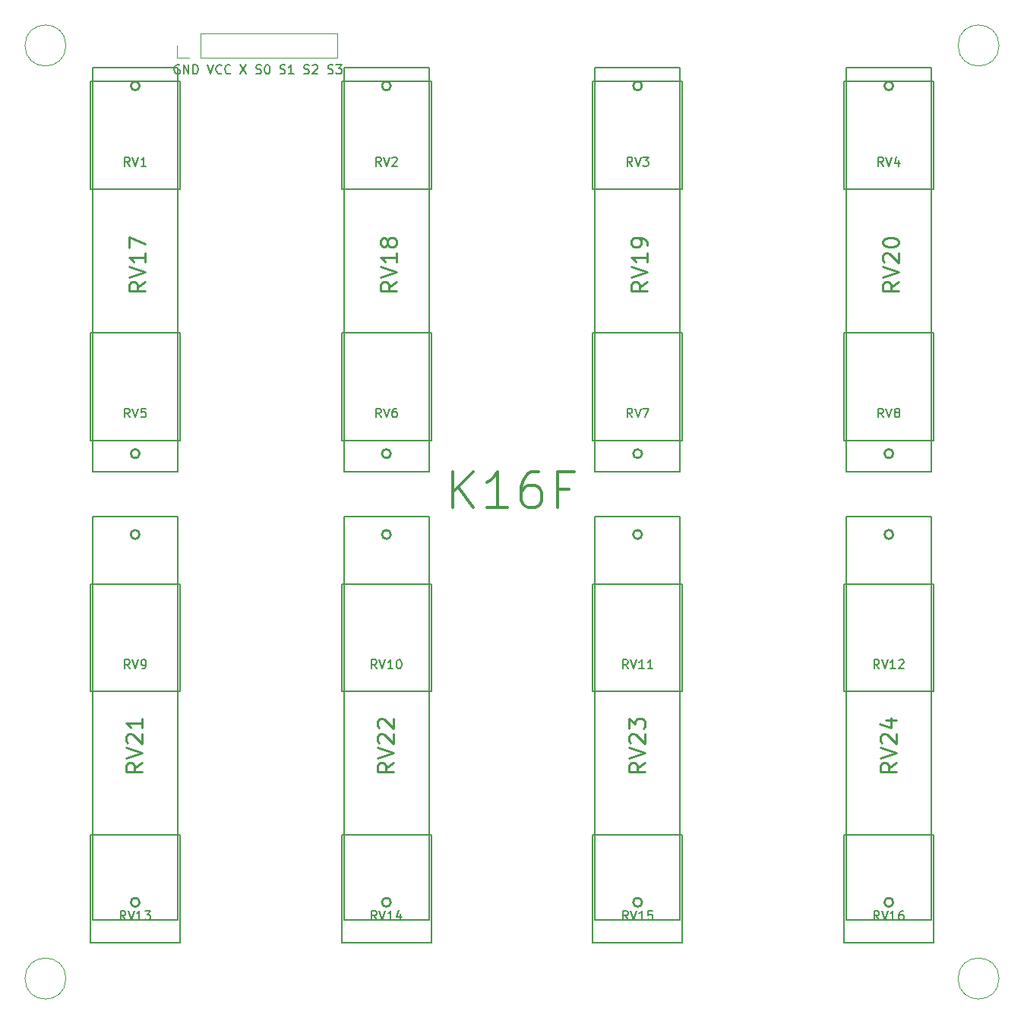
<source format=gbr>
G04 #@! TF.FileFunction,Legend,Top*
%FSLAX46Y46*%
G04 Gerber Fmt 4.6, Leading zero omitted, Abs format (unit mm)*
G04 Created by KiCad (PCBNEW 4.0.6) date Sunday, June 10, 2018 'PMt' 07:51:52 PM*
%MOMM*%
%LPD*%
G01*
G04 APERTURE LIST*
%ADD10C,0.100000*%
%ADD11C,0.300000*%
%ADD12C,0.120000*%
%ADD13C,0.150000*%
%ADD14C,0.203200*%
%ADD15C,0.248920*%
%ADD16C,0.279400*%
G04 APERTURE END LIST*
D10*
D11*
X136428572Y-102519524D02*
X136428572Y-98519524D01*
X138714286Y-102519524D02*
X137000001Y-100233810D01*
X138714286Y-98519524D02*
X136428572Y-100805238D01*
X142523810Y-102519524D02*
X140238096Y-102519524D01*
X141380953Y-102519524D02*
X141380953Y-98519524D01*
X141000001Y-99090952D01*
X140619048Y-99471905D01*
X140238096Y-99662381D01*
X145952382Y-98519524D02*
X145190477Y-98519524D01*
X144809525Y-98710000D01*
X144619048Y-98900476D01*
X144238096Y-99471905D01*
X144047620Y-100233810D01*
X144047620Y-101757619D01*
X144238096Y-102138571D01*
X144428572Y-102329048D01*
X144809525Y-102519524D01*
X145571429Y-102519524D01*
X145952382Y-102329048D01*
X146142858Y-102138571D01*
X146333334Y-101757619D01*
X146333334Y-100805238D01*
X146142858Y-100424286D01*
X145952382Y-100233810D01*
X145571429Y-100043333D01*
X144809525Y-100043333D01*
X144428572Y-100233810D01*
X144238096Y-100424286D01*
X144047620Y-100805238D01*
X149380953Y-100424286D02*
X148047620Y-100424286D01*
X148047620Y-102519524D02*
X148047620Y-98519524D01*
X149952382Y-98519524D01*
D12*
X197286000Y-155000000D02*
G75*
G03X197286000Y-155000000I-2286000J0D01*
G01*
X93286000Y-155000000D02*
G75*
G03X93286000Y-155000000I-2286000J0D01*
G01*
X93286000Y-51000000D02*
G75*
G03X93286000Y-51000000I-2286000J0D01*
G01*
D13*
X152000000Y-55000000D02*
X152000000Y-67000000D01*
X162000000Y-55000000D02*
X152000000Y-55000000D01*
X162000000Y-67000000D02*
X162000000Y-55000000D01*
X162000000Y-55000000D02*
X162000000Y-67000000D01*
X152000000Y-67000000D02*
X162000000Y-67000000D01*
X96000000Y-55000000D02*
X96000000Y-67000000D01*
X106000000Y-55000000D02*
X96000000Y-55000000D01*
X106000000Y-67000000D02*
X106000000Y-55000000D01*
X106000000Y-55000000D02*
X106000000Y-67000000D01*
X96000000Y-67000000D02*
X106000000Y-67000000D01*
X124000000Y-55000000D02*
X124000000Y-67000000D01*
X134000000Y-55000000D02*
X124000000Y-55000000D01*
X134000000Y-67000000D02*
X134000000Y-55000000D01*
X134000000Y-55000000D02*
X134000000Y-67000000D01*
X124000000Y-67000000D02*
X134000000Y-67000000D01*
X180000000Y-55000000D02*
X180000000Y-67000000D01*
X190000000Y-55000000D02*
X180000000Y-55000000D01*
X190000000Y-67000000D02*
X190000000Y-55000000D01*
X190000000Y-55000000D02*
X190000000Y-67000000D01*
X180000000Y-67000000D02*
X190000000Y-67000000D01*
X96000000Y-83000000D02*
X96000000Y-95000000D01*
X106000000Y-83000000D02*
X96000000Y-83000000D01*
X106000000Y-95000000D02*
X106000000Y-83000000D01*
X106000000Y-83000000D02*
X106000000Y-95000000D01*
X96000000Y-95000000D02*
X106000000Y-95000000D01*
X124000000Y-83000000D02*
X124000000Y-95000000D01*
X134000000Y-83000000D02*
X124000000Y-83000000D01*
X134000000Y-95000000D02*
X134000000Y-83000000D01*
X134000000Y-83000000D02*
X134000000Y-95000000D01*
X124000000Y-95000000D02*
X134000000Y-95000000D01*
X152000000Y-83000000D02*
X152000000Y-95000000D01*
X162000000Y-83000000D02*
X152000000Y-83000000D01*
X162000000Y-95000000D02*
X162000000Y-83000000D01*
X162000000Y-83000000D02*
X162000000Y-95000000D01*
X152000000Y-95000000D02*
X162000000Y-95000000D01*
X180000000Y-83000000D02*
X180000000Y-95000000D01*
X190000000Y-83000000D02*
X180000000Y-83000000D01*
X190000000Y-95000000D02*
X190000000Y-83000000D01*
X190000000Y-83000000D02*
X190000000Y-95000000D01*
X180000000Y-95000000D02*
X190000000Y-95000000D01*
X96000000Y-111000000D02*
X96000000Y-123000000D01*
X106000000Y-111000000D02*
X96000000Y-111000000D01*
X106000000Y-123000000D02*
X106000000Y-111000000D01*
X106000000Y-111000000D02*
X106000000Y-123000000D01*
X96000000Y-123000000D02*
X106000000Y-123000000D01*
X124000000Y-111000000D02*
X124000000Y-123000000D01*
X134000000Y-111000000D02*
X124000000Y-111000000D01*
X134000000Y-123000000D02*
X134000000Y-111000000D01*
X134000000Y-111000000D02*
X134000000Y-123000000D01*
X124000000Y-123000000D02*
X134000000Y-123000000D01*
X152000000Y-111000000D02*
X152000000Y-123000000D01*
X162000000Y-111000000D02*
X152000000Y-111000000D01*
X162000000Y-123000000D02*
X162000000Y-111000000D01*
X162000000Y-111000000D02*
X162000000Y-123000000D01*
X152000000Y-123000000D02*
X162000000Y-123000000D01*
X180000000Y-111000000D02*
X180000000Y-123000000D01*
X190000000Y-111000000D02*
X180000000Y-111000000D01*
X190000000Y-123000000D02*
X190000000Y-111000000D01*
X190000000Y-111000000D02*
X190000000Y-123000000D01*
X180000000Y-123000000D02*
X190000000Y-123000000D01*
X96000000Y-139000000D02*
X96000000Y-151000000D01*
X106000000Y-139000000D02*
X96000000Y-139000000D01*
X106000000Y-151000000D02*
X106000000Y-139000000D01*
X106000000Y-139000000D02*
X106000000Y-151000000D01*
X96000000Y-151000000D02*
X106000000Y-151000000D01*
X124000000Y-139000000D02*
X124000000Y-151000000D01*
X134000000Y-139000000D02*
X124000000Y-139000000D01*
X134000000Y-151000000D02*
X134000000Y-139000000D01*
X134000000Y-139000000D02*
X134000000Y-151000000D01*
X124000000Y-151000000D02*
X134000000Y-151000000D01*
X152000000Y-139000000D02*
X152000000Y-151000000D01*
X162000000Y-139000000D02*
X152000000Y-139000000D01*
X162000000Y-151000000D02*
X162000000Y-139000000D01*
X162000000Y-139000000D02*
X162000000Y-151000000D01*
X152000000Y-151000000D02*
X162000000Y-151000000D01*
X180000000Y-139000000D02*
X180000000Y-151000000D01*
X190000000Y-139000000D02*
X180000000Y-139000000D01*
X190000000Y-151000000D02*
X190000000Y-139000000D01*
X190000000Y-139000000D02*
X190000000Y-151000000D01*
X180000000Y-151000000D02*
X190000000Y-151000000D01*
D12*
X197286000Y-51000000D02*
G75*
G03X197286000Y-51000000I-2286000J0D01*
G01*
X123570000Y-52330000D02*
X123570000Y-49670000D01*
X108270000Y-52330000D02*
X123570000Y-52330000D01*
X108270000Y-49670000D02*
X123570000Y-49670000D01*
X108270000Y-52330000D02*
X108270000Y-49670000D01*
X107000000Y-52330000D02*
X105670000Y-52330000D01*
X105670000Y-52330000D02*
X105670000Y-51000000D01*
D14*
X105749800Y-148499320D02*
X105749800Y-103500680D01*
X105749800Y-103500680D02*
X96250200Y-103500680D01*
X96250200Y-103500680D02*
X96250200Y-148499320D01*
X96250200Y-148499320D02*
X105749800Y-148499320D01*
D15*
X101492118Y-146497800D02*
G75*
G03X101492118Y-146497800I-492118J0D01*
G01*
X101492118Y-105502200D02*
G75*
G03X101492118Y-105502200I-492118J0D01*
G01*
D14*
X133749800Y-148499320D02*
X133749800Y-103500680D01*
X133749800Y-103500680D02*
X124250200Y-103500680D01*
X124250200Y-103500680D02*
X124250200Y-148499320D01*
X124250200Y-148499320D02*
X133749800Y-148499320D01*
D15*
X129492118Y-146497800D02*
G75*
G03X129492118Y-146497800I-492118J0D01*
G01*
X129492118Y-105502200D02*
G75*
G03X129492118Y-105502200I-492118J0D01*
G01*
D14*
X161749800Y-148499320D02*
X161749800Y-103500680D01*
X161749800Y-103500680D02*
X152250200Y-103500680D01*
X152250200Y-103500680D02*
X152250200Y-148499320D01*
X152250200Y-148499320D02*
X161749800Y-148499320D01*
D15*
X157492118Y-146497800D02*
G75*
G03X157492118Y-146497800I-492118J0D01*
G01*
X157492118Y-105502200D02*
G75*
G03X157492118Y-105502200I-492118J0D01*
G01*
D14*
X189749800Y-148499320D02*
X189749800Y-103500680D01*
X189749800Y-103500680D02*
X180250200Y-103500680D01*
X180250200Y-103500680D02*
X180250200Y-148499320D01*
X180250200Y-148499320D02*
X189749800Y-148499320D01*
D15*
X185492118Y-146497800D02*
G75*
G03X185492118Y-146497800I-492118J0D01*
G01*
X185492118Y-105502200D02*
G75*
G03X185492118Y-105502200I-492118J0D01*
G01*
D14*
X189749800Y-98499320D02*
X189749800Y-53500680D01*
X189749800Y-53500680D02*
X180250200Y-53500680D01*
X180250200Y-53500680D02*
X180250200Y-98499320D01*
X180250200Y-98499320D02*
X189749800Y-98499320D01*
D15*
X185492118Y-96497800D02*
G75*
G03X185492118Y-96497800I-492118J0D01*
G01*
X185492118Y-55502200D02*
G75*
G03X185492118Y-55502200I-492118J0D01*
G01*
D14*
X161749800Y-98499320D02*
X161749800Y-53500680D01*
X161749800Y-53500680D02*
X152250200Y-53500680D01*
X152250200Y-53500680D02*
X152250200Y-98499320D01*
X152250200Y-98499320D02*
X161749800Y-98499320D01*
D15*
X157492118Y-96497800D02*
G75*
G03X157492118Y-96497800I-492118J0D01*
G01*
X157492118Y-55502200D02*
G75*
G03X157492118Y-55502200I-492118J0D01*
G01*
D14*
X133749800Y-98499320D02*
X133749800Y-53500680D01*
X133749800Y-53500680D02*
X124250200Y-53500680D01*
X124250200Y-53500680D02*
X124250200Y-98499320D01*
X124250200Y-98499320D02*
X133749800Y-98499320D01*
D15*
X129492118Y-96497800D02*
G75*
G03X129492118Y-96497800I-492118J0D01*
G01*
X129492118Y-55502200D02*
G75*
G03X129492118Y-55502200I-492118J0D01*
G01*
D14*
X105749800Y-98499320D02*
X105749800Y-53500680D01*
X105749800Y-53500680D02*
X96250200Y-53500680D01*
X96250200Y-53500680D02*
X96250200Y-98499320D01*
X96250200Y-98499320D02*
X105749800Y-98499320D01*
D15*
X101492118Y-96497800D02*
G75*
G03X101492118Y-96497800I-492118J0D01*
G01*
X101492118Y-55502200D02*
G75*
G03X101492118Y-55502200I-492118J0D01*
G01*
D13*
X156404762Y-64452381D02*
X156071428Y-63976190D01*
X155833333Y-64452381D02*
X155833333Y-63452381D01*
X156214286Y-63452381D01*
X156309524Y-63500000D01*
X156357143Y-63547619D01*
X156404762Y-63642857D01*
X156404762Y-63785714D01*
X156357143Y-63880952D01*
X156309524Y-63928571D01*
X156214286Y-63976190D01*
X155833333Y-63976190D01*
X156690476Y-63452381D02*
X157023809Y-64452381D01*
X157357143Y-63452381D01*
X157595238Y-63452381D02*
X158214286Y-63452381D01*
X157880952Y-63833333D01*
X158023810Y-63833333D01*
X158119048Y-63880952D01*
X158166667Y-63928571D01*
X158214286Y-64023810D01*
X158214286Y-64261905D01*
X158166667Y-64357143D01*
X158119048Y-64404762D01*
X158023810Y-64452381D01*
X157738095Y-64452381D01*
X157642857Y-64404762D01*
X157595238Y-64357143D01*
X100404762Y-64452381D02*
X100071428Y-63976190D01*
X99833333Y-64452381D02*
X99833333Y-63452381D01*
X100214286Y-63452381D01*
X100309524Y-63500000D01*
X100357143Y-63547619D01*
X100404762Y-63642857D01*
X100404762Y-63785714D01*
X100357143Y-63880952D01*
X100309524Y-63928571D01*
X100214286Y-63976190D01*
X99833333Y-63976190D01*
X100690476Y-63452381D02*
X101023809Y-64452381D01*
X101357143Y-63452381D01*
X102214286Y-64452381D02*
X101642857Y-64452381D01*
X101928571Y-64452381D02*
X101928571Y-63452381D01*
X101833333Y-63595238D01*
X101738095Y-63690476D01*
X101642857Y-63738095D01*
X128404762Y-64452381D02*
X128071428Y-63976190D01*
X127833333Y-64452381D02*
X127833333Y-63452381D01*
X128214286Y-63452381D01*
X128309524Y-63500000D01*
X128357143Y-63547619D01*
X128404762Y-63642857D01*
X128404762Y-63785714D01*
X128357143Y-63880952D01*
X128309524Y-63928571D01*
X128214286Y-63976190D01*
X127833333Y-63976190D01*
X128690476Y-63452381D02*
X129023809Y-64452381D01*
X129357143Y-63452381D01*
X129642857Y-63547619D02*
X129690476Y-63500000D01*
X129785714Y-63452381D01*
X130023810Y-63452381D01*
X130119048Y-63500000D01*
X130166667Y-63547619D01*
X130214286Y-63642857D01*
X130214286Y-63738095D01*
X130166667Y-63880952D01*
X129595238Y-64452381D01*
X130214286Y-64452381D01*
X184404762Y-64452381D02*
X184071428Y-63976190D01*
X183833333Y-64452381D02*
X183833333Y-63452381D01*
X184214286Y-63452381D01*
X184309524Y-63500000D01*
X184357143Y-63547619D01*
X184404762Y-63642857D01*
X184404762Y-63785714D01*
X184357143Y-63880952D01*
X184309524Y-63928571D01*
X184214286Y-63976190D01*
X183833333Y-63976190D01*
X184690476Y-63452381D02*
X185023809Y-64452381D01*
X185357143Y-63452381D01*
X186119048Y-63785714D02*
X186119048Y-64452381D01*
X185880952Y-63404762D02*
X185642857Y-64119048D01*
X186261905Y-64119048D01*
X100404762Y-92452381D02*
X100071428Y-91976190D01*
X99833333Y-92452381D02*
X99833333Y-91452381D01*
X100214286Y-91452381D01*
X100309524Y-91500000D01*
X100357143Y-91547619D01*
X100404762Y-91642857D01*
X100404762Y-91785714D01*
X100357143Y-91880952D01*
X100309524Y-91928571D01*
X100214286Y-91976190D01*
X99833333Y-91976190D01*
X100690476Y-91452381D02*
X101023809Y-92452381D01*
X101357143Y-91452381D01*
X102166667Y-91452381D02*
X101690476Y-91452381D01*
X101642857Y-91928571D01*
X101690476Y-91880952D01*
X101785714Y-91833333D01*
X102023810Y-91833333D01*
X102119048Y-91880952D01*
X102166667Y-91928571D01*
X102214286Y-92023810D01*
X102214286Y-92261905D01*
X102166667Y-92357143D01*
X102119048Y-92404762D01*
X102023810Y-92452381D01*
X101785714Y-92452381D01*
X101690476Y-92404762D01*
X101642857Y-92357143D01*
X128404762Y-92452381D02*
X128071428Y-91976190D01*
X127833333Y-92452381D02*
X127833333Y-91452381D01*
X128214286Y-91452381D01*
X128309524Y-91500000D01*
X128357143Y-91547619D01*
X128404762Y-91642857D01*
X128404762Y-91785714D01*
X128357143Y-91880952D01*
X128309524Y-91928571D01*
X128214286Y-91976190D01*
X127833333Y-91976190D01*
X128690476Y-91452381D02*
X129023809Y-92452381D01*
X129357143Y-91452381D01*
X130119048Y-91452381D02*
X129928571Y-91452381D01*
X129833333Y-91500000D01*
X129785714Y-91547619D01*
X129690476Y-91690476D01*
X129642857Y-91880952D01*
X129642857Y-92261905D01*
X129690476Y-92357143D01*
X129738095Y-92404762D01*
X129833333Y-92452381D01*
X130023810Y-92452381D01*
X130119048Y-92404762D01*
X130166667Y-92357143D01*
X130214286Y-92261905D01*
X130214286Y-92023810D01*
X130166667Y-91928571D01*
X130119048Y-91880952D01*
X130023810Y-91833333D01*
X129833333Y-91833333D01*
X129738095Y-91880952D01*
X129690476Y-91928571D01*
X129642857Y-92023810D01*
X156404762Y-92452381D02*
X156071428Y-91976190D01*
X155833333Y-92452381D02*
X155833333Y-91452381D01*
X156214286Y-91452381D01*
X156309524Y-91500000D01*
X156357143Y-91547619D01*
X156404762Y-91642857D01*
X156404762Y-91785714D01*
X156357143Y-91880952D01*
X156309524Y-91928571D01*
X156214286Y-91976190D01*
X155833333Y-91976190D01*
X156690476Y-91452381D02*
X157023809Y-92452381D01*
X157357143Y-91452381D01*
X157595238Y-91452381D02*
X158261905Y-91452381D01*
X157833333Y-92452381D01*
X184404762Y-92452381D02*
X184071428Y-91976190D01*
X183833333Y-92452381D02*
X183833333Y-91452381D01*
X184214286Y-91452381D01*
X184309524Y-91500000D01*
X184357143Y-91547619D01*
X184404762Y-91642857D01*
X184404762Y-91785714D01*
X184357143Y-91880952D01*
X184309524Y-91928571D01*
X184214286Y-91976190D01*
X183833333Y-91976190D01*
X184690476Y-91452381D02*
X185023809Y-92452381D01*
X185357143Y-91452381D01*
X185833333Y-91880952D02*
X185738095Y-91833333D01*
X185690476Y-91785714D01*
X185642857Y-91690476D01*
X185642857Y-91642857D01*
X185690476Y-91547619D01*
X185738095Y-91500000D01*
X185833333Y-91452381D01*
X186023810Y-91452381D01*
X186119048Y-91500000D01*
X186166667Y-91547619D01*
X186214286Y-91642857D01*
X186214286Y-91690476D01*
X186166667Y-91785714D01*
X186119048Y-91833333D01*
X186023810Y-91880952D01*
X185833333Y-91880952D01*
X185738095Y-91928571D01*
X185690476Y-91976190D01*
X185642857Y-92071429D01*
X185642857Y-92261905D01*
X185690476Y-92357143D01*
X185738095Y-92404762D01*
X185833333Y-92452381D01*
X186023810Y-92452381D01*
X186119048Y-92404762D01*
X186166667Y-92357143D01*
X186214286Y-92261905D01*
X186214286Y-92071429D01*
X186166667Y-91976190D01*
X186119048Y-91928571D01*
X186023810Y-91880952D01*
X100404762Y-120452381D02*
X100071428Y-119976190D01*
X99833333Y-120452381D02*
X99833333Y-119452381D01*
X100214286Y-119452381D01*
X100309524Y-119500000D01*
X100357143Y-119547619D01*
X100404762Y-119642857D01*
X100404762Y-119785714D01*
X100357143Y-119880952D01*
X100309524Y-119928571D01*
X100214286Y-119976190D01*
X99833333Y-119976190D01*
X100690476Y-119452381D02*
X101023809Y-120452381D01*
X101357143Y-119452381D01*
X101738095Y-120452381D02*
X101928571Y-120452381D01*
X102023810Y-120404762D01*
X102071429Y-120357143D01*
X102166667Y-120214286D01*
X102214286Y-120023810D01*
X102214286Y-119642857D01*
X102166667Y-119547619D01*
X102119048Y-119500000D01*
X102023810Y-119452381D01*
X101833333Y-119452381D01*
X101738095Y-119500000D01*
X101690476Y-119547619D01*
X101642857Y-119642857D01*
X101642857Y-119880952D01*
X101690476Y-119976190D01*
X101738095Y-120023810D01*
X101833333Y-120071429D01*
X102023810Y-120071429D01*
X102119048Y-120023810D01*
X102166667Y-119976190D01*
X102214286Y-119880952D01*
X127928572Y-120452381D02*
X127595238Y-119976190D01*
X127357143Y-120452381D02*
X127357143Y-119452381D01*
X127738096Y-119452381D01*
X127833334Y-119500000D01*
X127880953Y-119547619D01*
X127928572Y-119642857D01*
X127928572Y-119785714D01*
X127880953Y-119880952D01*
X127833334Y-119928571D01*
X127738096Y-119976190D01*
X127357143Y-119976190D01*
X128214286Y-119452381D02*
X128547619Y-120452381D01*
X128880953Y-119452381D01*
X129738096Y-120452381D02*
X129166667Y-120452381D01*
X129452381Y-120452381D02*
X129452381Y-119452381D01*
X129357143Y-119595238D01*
X129261905Y-119690476D01*
X129166667Y-119738095D01*
X130357143Y-119452381D02*
X130452382Y-119452381D01*
X130547620Y-119500000D01*
X130595239Y-119547619D01*
X130642858Y-119642857D01*
X130690477Y-119833333D01*
X130690477Y-120071429D01*
X130642858Y-120261905D01*
X130595239Y-120357143D01*
X130547620Y-120404762D01*
X130452382Y-120452381D01*
X130357143Y-120452381D01*
X130261905Y-120404762D01*
X130214286Y-120357143D01*
X130166667Y-120261905D01*
X130119048Y-120071429D01*
X130119048Y-119833333D01*
X130166667Y-119642857D01*
X130214286Y-119547619D01*
X130261905Y-119500000D01*
X130357143Y-119452381D01*
X155928572Y-120452381D02*
X155595238Y-119976190D01*
X155357143Y-120452381D02*
X155357143Y-119452381D01*
X155738096Y-119452381D01*
X155833334Y-119500000D01*
X155880953Y-119547619D01*
X155928572Y-119642857D01*
X155928572Y-119785714D01*
X155880953Y-119880952D01*
X155833334Y-119928571D01*
X155738096Y-119976190D01*
X155357143Y-119976190D01*
X156214286Y-119452381D02*
X156547619Y-120452381D01*
X156880953Y-119452381D01*
X157738096Y-120452381D02*
X157166667Y-120452381D01*
X157452381Y-120452381D02*
X157452381Y-119452381D01*
X157357143Y-119595238D01*
X157261905Y-119690476D01*
X157166667Y-119738095D01*
X158690477Y-120452381D02*
X158119048Y-120452381D01*
X158404762Y-120452381D02*
X158404762Y-119452381D01*
X158309524Y-119595238D01*
X158214286Y-119690476D01*
X158119048Y-119738095D01*
X183928572Y-120452381D02*
X183595238Y-119976190D01*
X183357143Y-120452381D02*
X183357143Y-119452381D01*
X183738096Y-119452381D01*
X183833334Y-119500000D01*
X183880953Y-119547619D01*
X183928572Y-119642857D01*
X183928572Y-119785714D01*
X183880953Y-119880952D01*
X183833334Y-119928571D01*
X183738096Y-119976190D01*
X183357143Y-119976190D01*
X184214286Y-119452381D02*
X184547619Y-120452381D01*
X184880953Y-119452381D01*
X185738096Y-120452381D02*
X185166667Y-120452381D01*
X185452381Y-120452381D02*
X185452381Y-119452381D01*
X185357143Y-119595238D01*
X185261905Y-119690476D01*
X185166667Y-119738095D01*
X186119048Y-119547619D02*
X186166667Y-119500000D01*
X186261905Y-119452381D01*
X186500001Y-119452381D01*
X186595239Y-119500000D01*
X186642858Y-119547619D01*
X186690477Y-119642857D01*
X186690477Y-119738095D01*
X186642858Y-119880952D01*
X186071429Y-120452381D01*
X186690477Y-120452381D01*
X99928572Y-148452381D02*
X99595238Y-147976190D01*
X99357143Y-148452381D02*
X99357143Y-147452381D01*
X99738096Y-147452381D01*
X99833334Y-147500000D01*
X99880953Y-147547619D01*
X99928572Y-147642857D01*
X99928572Y-147785714D01*
X99880953Y-147880952D01*
X99833334Y-147928571D01*
X99738096Y-147976190D01*
X99357143Y-147976190D01*
X100214286Y-147452381D02*
X100547619Y-148452381D01*
X100880953Y-147452381D01*
X101738096Y-148452381D02*
X101166667Y-148452381D01*
X101452381Y-148452381D02*
X101452381Y-147452381D01*
X101357143Y-147595238D01*
X101261905Y-147690476D01*
X101166667Y-147738095D01*
X102071429Y-147452381D02*
X102690477Y-147452381D01*
X102357143Y-147833333D01*
X102500001Y-147833333D01*
X102595239Y-147880952D01*
X102642858Y-147928571D01*
X102690477Y-148023810D01*
X102690477Y-148261905D01*
X102642858Y-148357143D01*
X102595239Y-148404762D01*
X102500001Y-148452381D01*
X102214286Y-148452381D01*
X102119048Y-148404762D01*
X102071429Y-148357143D01*
X127928572Y-148452381D02*
X127595238Y-147976190D01*
X127357143Y-148452381D02*
X127357143Y-147452381D01*
X127738096Y-147452381D01*
X127833334Y-147500000D01*
X127880953Y-147547619D01*
X127928572Y-147642857D01*
X127928572Y-147785714D01*
X127880953Y-147880952D01*
X127833334Y-147928571D01*
X127738096Y-147976190D01*
X127357143Y-147976190D01*
X128214286Y-147452381D02*
X128547619Y-148452381D01*
X128880953Y-147452381D01*
X129738096Y-148452381D02*
X129166667Y-148452381D01*
X129452381Y-148452381D02*
X129452381Y-147452381D01*
X129357143Y-147595238D01*
X129261905Y-147690476D01*
X129166667Y-147738095D01*
X130595239Y-147785714D02*
X130595239Y-148452381D01*
X130357143Y-147404762D02*
X130119048Y-148119048D01*
X130738096Y-148119048D01*
X155928572Y-148452381D02*
X155595238Y-147976190D01*
X155357143Y-148452381D02*
X155357143Y-147452381D01*
X155738096Y-147452381D01*
X155833334Y-147500000D01*
X155880953Y-147547619D01*
X155928572Y-147642857D01*
X155928572Y-147785714D01*
X155880953Y-147880952D01*
X155833334Y-147928571D01*
X155738096Y-147976190D01*
X155357143Y-147976190D01*
X156214286Y-147452381D02*
X156547619Y-148452381D01*
X156880953Y-147452381D01*
X157738096Y-148452381D02*
X157166667Y-148452381D01*
X157452381Y-148452381D02*
X157452381Y-147452381D01*
X157357143Y-147595238D01*
X157261905Y-147690476D01*
X157166667Y-147738095D01*
X158642858Y-147452381D02*
X158166667Y-147452381D01*
X158119048Y-147928571D01*
X158166667Y-147880952D01*
X158261905Y-147833333D01*
X158500001Y-147833333D01*
X158595239Y-147880952D01*
X158642858Y-147928571D01*
X158690477Y-148023810D01*
X158690477Y-148261905D01*
X158642858Y-148357143D01*
X158595239Y-148404762D01*
X158500001Y-148452381D01*
X158261905Y-148452381D01*
X158166667Y-148404762D01*
X158119048Y-148357143D01*
X183928572Y-148452381D02*
X183595238Y-147976190D01*
X183357143Y-148452381D02*
X183357143Y-147452381D01*
X183738096Y-147452381D01*
X183833334Y-147500000D01*
X183880953Y-147547619D01*
X183928572Y-147642857D01*
X183928572Y-147785714D01*
X183880953Y-147880952D01*
X183833334Y-147928571D01*
X183738096Y-147976190D01*
X183357143Y-147976190D01*
X184214286Y-147452381D02*
X184547619Y-148452381D01*
X184880953Y-147452381D01*
X185738096Y-148452381D02*
X185166667Y-148452381D01*
X185452381Y-148452381D02*
X185452381Y-147452381D01*
X185357143Y-147595238D01*
X185261905Y-147690476D01*
X185166667Y-147738095D01*
X186595239Y-147452381D02*
X186404762Y-147452381D01*
X186309524Y-147500000D01*
X186261905Y-147547619D01*
X186166667Y-147690476D01*
X186119048Y-147880952D01*
X186119048Y-148261905D01*
X186166667Y-148357143D01*
X186214286Y-148404762D01*
X186309524Y-148452381D01*
X186500001Y-148452381D01*
X186595239Y-148404762D01*
X186642858Y-148357143D01*
X186690477Y-148261905D01*
X186690477Y-148023810D01*
X186642858Y-147928571D01*
X186595239Y-147880952D01*
X186500001Y-147833333D01*
X186309524Y-147833333D01*
X186214286Y-147880952D01*
X186166667Y-147928571D01*
X186119048Y-148023810D01*
X105918095Y-53200000D02*
X105822857Y-53152381D01*
X105680000Y-53152381D01*
X105537142Y-53200000D01*
X105441904Y-53295238D01*
X105394285Y-53390476D01*
X105346666Y-53580952D01*
X105346666Y-53723810D01*
X105394285Y-53914286D01*
X105441904Y-54009524D01*
X105537142Y-54104762D01*
X105680000Y-54152381D01*
X105775238Y-54152381D01*
X105918095Y-54104762D01*
X105965714Y-54057143D01*
X105965714Y-53723810D01*
X105775238Y-53723810D01*
X106394285Y-54152381D02*
X106394285Y-53152381D01*
X106965714Y-54152381D01*
X106965714Y-53152381D01*
X107441904Y-54152381D02*
X107441904Y-53152381D01*
X107679999Y-53152381D01*
X107822857Y-53200000D01*
X107918095Y-53295238D01*
X107965714Y-53390476D01*
X108013333Y-53580952D01*
X108013333Y-53723810D01*
X107965714Y-53914286D01*
X107918095Y-54009524D01*
X107822857Y-54104762D01*
X107679999Y-54152381D01*
X107441904Y-54152381D01*
X109060952Y-53152381D02*
X109394285Y-54152381D01*
X109727619Y-53152381D01*
X110632381Y-54057143D02*
X110584762Y-54104762D01*
X110441905Y-54152381D01*
X110346667Y-54152381D01*
X110203809Y-54104762D01*
X110108571Y-54009524D01*
X110060952Y-53914286D01*
X110013333Y-53723810D01*
X110013333Y-53580952D01*
X110060952Y-53390476D01*
X110108571Y-53295238D01*
X110203809Y-53200000D01*
X110346667Y-53152381D01*
X110441905Y-53152381D01*
X110584762Y-53200000D01*
X110632381Y-53247619D01*
X111632381Y-54057143D02*
X111584762Y-54104762D01*
X111441905Y-54152381D01*
X111346667Y-54152381D01*
X111203809Y-54104762D01*
X111108571Y-54009524D01*
X111060952Y-53914286D01*
X111013333Y-53723810D01*
X111013333Y-53580952D01*
X111060952Y-53390476D01*
X111108571Y-53295238D01*
X111203809Y-53200000D01*
X111346667Y-53152381D01*
X111441905Y-53152381D01*
X111584762Y-53200000D01*
X111632381Y-53247619D01*
X112727619Y-53152381D02*
X113394286Y-54152381D01*
X113394286Y-53152381D02*
X112727619Y-54152381D01*
X114489524Y-54104762D02*
X114632381Y-54152381D01*
X114870477Y-54152381D01*
X114965715Y-54104762D01*
X115013334Y-54057143D01*
X115060953Y-53961905D01*
X115060953Y-53866667D01*
X115013334Y-53771429D01*
X114965715Y-53723810D01*
X114870477Y-53676190D01*
X114680000Y-53628571D01*
X114584762Y-53580952D01*
X114537143Y-53533333D01*
X114489524Y-53438095D01*
X114489524Y-53342857D01*
X114537143Y-53247619D01*
X114584762Y-53200000D01*
X114680000Y-53152381D01*
X114918096Y-53152381D01*
X115060953Y-53200000D01*
X115680000Y-53152381D02*
X115775239Y-53152381D01*
X115870477Y-53200000D01*
X115918096Y-53247619D01*
X115965715Y-53342857D01*
X116013334Y-53533333D01*
X116013334Y-53771429D01*
X115965715Y-53961905D01*
X115918096Y-54057143D01*
X115870477Y-54104762D01*
X115775239Y-54152381D01*
X115680000Y-54152381D01*
X115584762Y-54104762D01*
X115537143Y-54057143D01*
X115489524Y-53961905D01*
X115441905Y-53771429D01*
X115441905Y-53533333D01*
X115489524Y-53342857D01*
X115537143Y-53247619D01*
X115584762Y-53200000D01*
X115680000Y-53152381D01*
X117156191Y-54104762D02*
X117299048Y-54152381D01*
X117537144Y-54152381D01*
X117632382Y-54104762D01*
X117680001Y-54057143D01*
X117727620Y-53961905D01*
X117727620Y-53866667D01*
X117680001Y-53771429D01*
X117632382Y-53723810D01*
X117537144Y-53676190D01*
X117346667Y-53628571D01*
X117251429Y-53580952D01*
X117203810Y-53533333D01*
X117156191Y-53438095D01*
X117156191Y-53342857D01*
X117203810Y-53247619D01*
X117251429Y-53200000D01*
X117346667Y-53152381D01*
X117584763Y-53152381D01*
X117727620Y-53200000D01*
X118680001Y-54152381D02*
X118108572Y-54152381D01*
X118394286Y-54152381D02*
X118394286Y-53152381D01*
X118299048Y-53295238D01*
X118203810Y-53390476D01*
X118108572Y-53438095D01*
X119822858Y-54104762D02*
X119965715Y-54152381D01*
X120203811Y-54152381D01*
X120299049Y-54104762D01*
X120346668Y-54057143D01*
X120394287Y-53961905D01*
X120394287Y-53866667D01*
X120346668Y-53771429D01*
X120299049Y-53723810D01*
X120203811Y-53676190D01*
X120013334Y-53628571D01*
X119918096Y-53580952D01*
X119870477Y-53533333D01*
X119822858Y-53438095D01*
X119822858Y-53342857D01*
X119870477Y-53247619D01*
X119918096Y-53200000D01*
X120013334Y-53152381D01*
X120251430Y-53152381D01*
X120394287Y-53200000D01*
X120775239Y-53247619D02*
X120822858Y-53200000D01*
X120918096Y-53152381D01*
X121156192Y-53152381D01*
X121251430Y-53200000D01*
X121299049Y-53247619D01*
X121346668Y-53342857D01*
X121346668Y-53438095D01*
X121299049Y-53580952D01*
X120727620Y-54152381D01*
X121346668Y-54152381D01*
X122489525Y-54104762D02*
X122632382Y-54152381D01*
X122870478Y-54152381D01*
X122965716Y-54104762D01*
X123013335Y-54057143D01*
X123060954Y-53961905D01*
X123060954Y-53866667D01*
X123013335Y-53771429D01*
X122965716Y-53723810D01*
X122870478Y-53676190D01*
X122680001Y-53628571D01*
X122584763Y-53580952D01*
X122537144Y-53533333D01*
X122489525Y-53438095D01*
X122489525Y-53342857D01*
X122537144Y-53247619D01*
X122584763Y-53200000D01*
X122680001Y-53152381D01*
X122918097Y-53152381D01*
X123060954Y-53200000D01*
X123394287Y-53152381D02*
X124013335Y-53152381D01*
X123680001Y-53533333D01*
X123822859Y-53533333D01*
X123918097Y-53580952D01*
X123965716Y-53628571D01*
X124013335Y-53723810D01*
X124013335Y-53961905D01*
X123965716Y-54057143D01*
X123918097Y-54104762D01*
X123822859Y-54152381D01*
X123537144Y-54152381D01*
X123441906Y-54104762D01*
X123394287Y-54057143D01*
D16*
X101804333Y-130905000D02*
X100957667Y-131497666D01*
X101804333Y-131921000D02*
X100026333Y-131921000D01*
X100026333Y-131243666D01*
X100111000Y-131074333D01*
X100195667Y-130989666D01*
X100365000Y-130905000D01*
X100619000Y-130905000D01*
X100788333Y-130989666D01*
X100873000Y-131074333D01*
X100957667Y-131243666D01*
X100957667Y-131921000D01*
X100026333Y-130397000D02*
X101804333Y-129804333D01*
X100026333Y-129211666D01*
X100195667Y-128703666D02*
X100111000Y-128619000D01*
X100026333Y-128449666D01*
X100026333Y-128026333D01*
X100111000Y-127857000D01*
X100195667Y-127772333D01*
X100365000Y-127687666D01*
X100534333Y-127687666D01*
X100788333Y-127772333D01*
X101804333Y-128788333D01*
X101804333Y-127687666D01*
X101804333Y-125994333D02*
X101804333Y-127010333D01*
X101804333Y-126502333D02*
X100026333Y-126502333D01*
X100280333Y-126671667D01*
X100449667Y-126841000D01*
X100534333Y-127010333D01*
X129804333Y-130905000D02*
X128957667Y-131497666D01*
X129804333Y-131921000D02*
X128026333Y-131921000D01*
X128026333Y-131243666D01*
X128111000Y-131074333D01*
X128195667Y-130989666D01*
X128365000Y-130905000D01*
X128619000Y-130905000D01*
X128788333Y-130989666D01*
X128873000Y-131074333D01*
X128957667Y-131243666D01*
X128957667Y-131921000D01*
X128026333Y-130397000D02*
X129804333Y-129804333D01*
X128026333Y-129211666D01*
X128195667Y-128703666D02*
X128111000Y-128619000D01*
X128026333Y-128449666D01*
X128026333Y-128026333D01*
X128111000Y-127857000D01*
X128195667Y-127772333D01*
X128365000Y-127687666D01*
X128534333Y-127687666D01*
X128788333Y-127772333D01*
X129804333Y-128788333D01*
X129804333Y-127687666D01*
X128195667Y-127010333D02*
X128111000Y-126925667D01*
X128026333Y-126756333D01*
X128026333Y-126333000D01*
X128111000Y-126163667D01*
X128195667Y-126079000D01*
X128365000Y-125994333D01*
X128534333Y-125994333D01*
X128788333Y-126079000D01*
X129804333Y-127095000D01*
X129804333Y-125994333D01*
X157804333Y-130905000D02*
X156957667Y-131497666D01*
X157804333Y-131921000D02*
X156026333Y-131921000D01*
X156026333Y-131243666D01*
X156111000Y-131074333D01*
X156195667Y-130989666D01*
X156365000Y-130905000D01*
X156619000Y-130905000D01*
X156788333Y-130989666D01*
X156873000Y-131074333D01*
X156957667Y-131243666D01*
X156957667Y-131921000D01*
X156026333Y-130397000D02*
X157804333Y-129804333D01*
X156026333Y-129211666D01*
X156195667Y-128703666D02*
X156111000Y-128619000D01*
X156026333Y-128449666D01*
X156026333Y-128026333D01*
X156111000Y-127857000D01*
X156195667Y-127772333D01*
X156365000Y-127687666D01*
X156534333Y-127687666D01*
X156788333Y-127772333D01*
X157804333Y-128788333D01*
X157804333Y-127687666D01*
X156026333Y-127095000D02*
X156026333Y-125994333D01*
X156703667Y-126587000D01*
X156703667Y-126333000D01*
X156788333Y-126163667D01*
X156873000Y-126079000D01*
X157042333Y-125994333D01*
X157465667Y-125994333D01*
X157635000Y-126079000D01*
X157719667Y-126163667D01*
X157804333Y-126333000D01*
X157804333Y-126841000D01*
X157719667Y-127010333D01*
X157635000Y-127095000D01*
X185804333Y-130905000D02*
X184957667Y-131497666D01*
X185804333Y-131921000D02*
X184026333Y-131921000D01*
X184026333Y-131243666D01*
X184111000Y-131074333D01*
X184195667Y-130989666D01*
X184365000Y-130905000D01*
X184619000Y-130905000D01*
X184788333Y-130989666D01*
X184873000Y-131074333D01*
X184957667Y-131243666D01*
X184957667Y-131921000D01*
X184026333Y-130397000D02*
X185804333Y-129804333D01*
X184026333Y-129211666D01*
X184195667Y-128703666D02*
X184111000Y-128619000D01*
X184026333Y-128449666D01*
X184026333Y-128026333D01*
X184111000Y-127857000D01*
X184195667Y-127772333D01*
X184365000Y-127687666D01*
X184534333Y-127687666D01*
X184788333Y-127772333D01*
X185804333Y-128788333D01*
X185804333Y-127687666D01*
X184619000Y-126163667D02*
X185804333Y-126163667D01*
X183941667Y-126587000D02*
X185211667Y-127010333D01*
X185211667Y-125909667D01*
X186104333Y-77305000D02*
X185257667Y-77897666D01*
X186104333Y-78321000D02*
X184326333Y-78321000D01*
X184326333Y-77643666D01*
X184411000Y-77474333D01*
X184495667Y-77389666D01*
X184665000Y-77305000D01*
X184919000Y-77305000D01*
X185088333Y-77389666D01*
X185173000Y-77474333D01*
X185257667Y-77643666D01*
X185257667Y-78321000D01*
X184326333Y-76797000D02*
X186104333Y-76204333D01*
X184326333Y-75611666D01*
X184495667Y-75103666D02*
X184411000Y-75019000D01*
X184326333Y-74849666D01*
X184326333Y-74426333D01*
X184411000Y-74257000D01*
X184495667Y-74172333D01*
X184665000Y-74087666D01*
X184834333Y-74087666D01*
X185088333Y-74172333D01*
X186104333Y-75188333D01*
X186104333Y-74087666D01*
X184326333Y-72987000D02*
X184326333Y-72817667D01*
X184411000Y-72648333D01*
X184495667Y-72563667D01*
X184665000Y-72479000D01*
X185003667Y-72394333D01*
X185427000Y-72394333D01*
X185765667Y-72479000D01*
X185935000Y-72563667D01*
X186019667Y-72648333D01*
X186104333Y-72817667D01*
X186104333Y-72987000D01*
X186019667Y-73156333D01*
X185935000Y-73241000D01*
X185765667Y-73325667D01*
X185427000Y-73410333D01*
X185003667Y-73410333D01*
X184665000Y-73325667D01*
X184495667Y-73241000D01*
X184411000Y-73156333D01*
X184326333Y-72987000D01*
X158104333Y-77305000D02*
X157257667Y-77897666D01*
X158104333Y-78321000D02*
X156326333Y-78321000D01*
X156326333Y-77643666D01*
X156411000Y-77474333D01*
X156495667Y-77389666D01*
X156665000Y-77305000D01*
X156919000Y-77305000D01*
X157088333Y-77389666D01*
X157173000Y-77474333D01*
X157257667Y-77643666D01*
X157257667Y-78321000D01*
X156326333Y-76797000D02*
X158104333Y-76204333D01*
X156326333Y-75611666D01*
X158104333Y-74087666D02*
X158104333Y-75103666D01*
X158104333Y-74595666D02*
X156326333Y-74595666D01*
X156580333Y-74765000D01*
X156749667Y-74934333D01*
X156834333Y-75103666D01*
X158104333Y-73241000D02*
X158104333Y-72902333D01*
X158019667Y-72733000D01*
X157935000Y-72648333D01*
X157681000Y-72479000D01*
X157342333Y-72394333D01*
X156665000Y-72394333D01*
X156495667Y-72479000D01*
X156411000Y-72563667D01*
X156326333Y-72733000D01*
X156326333Y-73071667D01*
X156411000Y-73241000D01*
X156495667Y-73325667D01*
X156665000Y-73410333D01*
X157088333Y-73410333D01*
X157257667Y-73325667D01*
X157342333Y-73241000D01*
X157427000Y-73071667D01*
X157427000Y-72733000D01*
X157342333Y-72563667D01*
X157257667Y-72479000D01*
X157088333Y-72394333D01*
X130104333Y-77305000D02*
X129257667Y-77897666D01*
X130104333Y-78321000D02*
X128326333Y-78321000D01*
X128326333Y-77643666D01*
X128411000Y-77474333D01*
X128495667Y-77389666D01*
X128665000Y-77305000D01*
X128919000Y-77305000D01*
X129088333Y-77389666D01*
X129173000Y-77474333D01*
X129257667Y-77643666D01*
X129257667Y-78321000D01*
X128326333Y-76797000D02*
X130104333Y-76204333D01*
X128326333Y-75611666D01*
X130104333Y-74087666D02*
X130104333Y-75103666D01*
X130104333Y-74595666D02*
X128326333Y-74595666D01*
X128580333Y-74765000D01*
X128749667Y-74934333D01*
X128834333Y-75103666D01*
X129088333Y-73071667D02*
X129003667Y-73241000D01*
X128919000Y-73325667D01*
X128749667Y-73410333D01*
X128665000Y-73410333D01*
X128495667Y-73325667D01*
X128411000Y-73241000D01*
X128326333Y-73071667D01*
X128326333Y-72733000D01*
X128411000Y-72563667D01*
X128495667Y-72479000D01*
X128665000Y-72394333D01*
X128749667Y-72394333D01*
X128919000Y-72479000D01*
X129003667Y-72563667D01*
X129088333Y-72733000D01*
X129088333Y-73071667D01*
X129173000Y-73241000D01*
X129257667Y-73325667D01*
X129427000Y-73410333D01*
X129765667Y-73410333D01*
X129935000Y-73325667D01*
X130019667Y-73241000D01*
X130104333Y-73071667D01*
X130104333Y-72733000D01*
X130019667Y-72563667D01*
X129935000Y-72479000D01*
X129765667Y-72394333D01*
X129427000Y-72394333D01*
X129257667Y-72479000D01*
X129173000Y-72563667D01*
X129088333Y-72733000D01*
X102104333Y-77305000D02*
X101257667Y-77897666D01*
X102104333Y-78321000D02*
X100326333Y-78321000D01*
X100326333Y-77643666D01*
X100411000Y-77474333D01*
X100495667Y-77389666D01*
X100665000Y-77305000D01*
X100919000Y-77305000D01*
X101088333Y-77389666D01*
X101173000Y-77474333D01*
X101257667Y-77643666D01*
X101257667Y-78321000D01*
X100326333Y-76797000D02*
X102104333Y-76204333D01*
X100326333Y-75611666D01*
X102104333Y-74087666D02*
X102104333Y-75103666D01*
X102104333Y-74595666D02*
X100326333Y-74595666D01*
X100580333Y-74765000D01*
X100749667Y-74934333D01*
X100834333Y-75103666D01*
X100326333Y-73495000D02*
X100326333Y-72309667D01*
X102104333Y-73071667D01*
M02*

</source>
